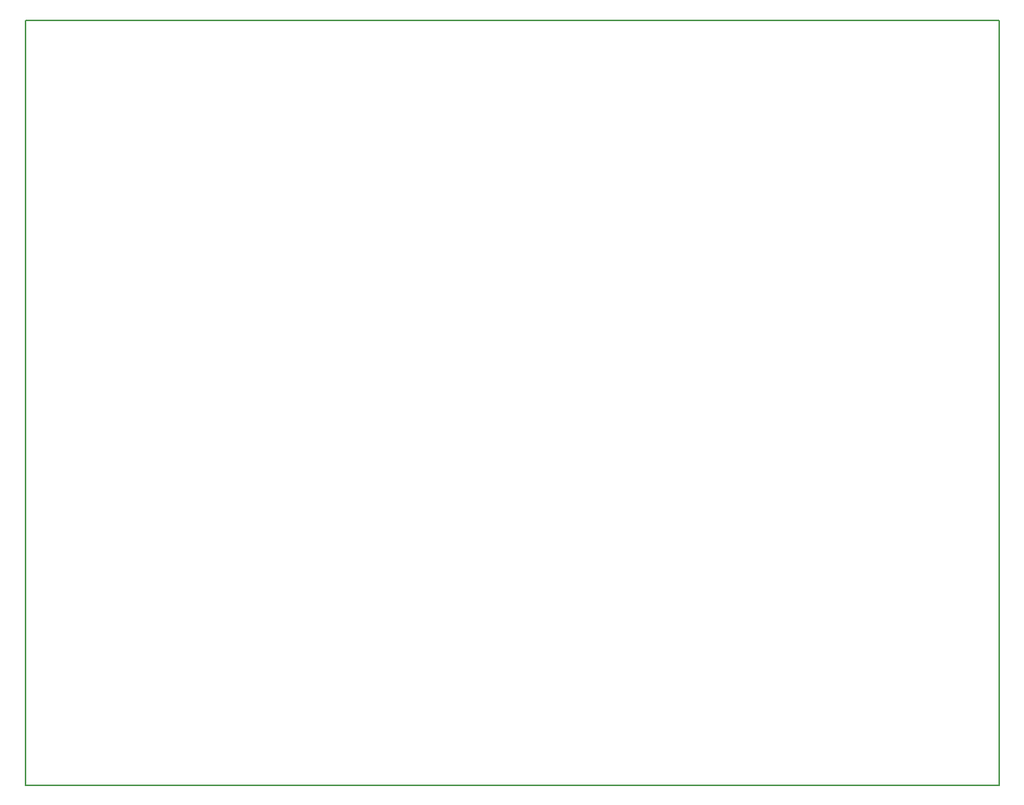
<source format=gbr>
G04 #@! TF.GenerationSoftware,KiCad,Pcbnew,5.0.0+dfsg1-2*
G04 #@! TF.CreationDate,2019-05-20T14:59:26+02:00*
G04 #@! TF.ProjectId,BLOBCNC_FEEDER,424C4F42434E435F4645454445522E6B,rev?*
G04 #@! TF.SameCoordinates,PXb2a5a48PY2284ab8*
G04 #@! TF.FileFunction,Profile,NP*
%FSLAX46Y46*%
G04 Gerber Fmt 4.6, Leading zero omitted, Abs format (unit mm)*
G04 Created by KiCad (PCBNEW 5.0.0+dfsg1-2) date Mon May 20 14:59:26 2019*
%MOMM*%
%LPD*%
G01*
G04 APERTURE LIST*
%ADD10C,0.200000*%
G04 APERTURE END LIST*
D10*
X-113030000Y0D02*
X-112395000Y0D01*
X-113030000Y-88900000D02*
X-113030000Y0D01*
X0Y-88900000D02*
X-113030000Y-88900000D01*
X0Y0D02*
X0Y-88900000D01*
X-112395000Y0D02*
X0Y0D01*
M02*

</source>
